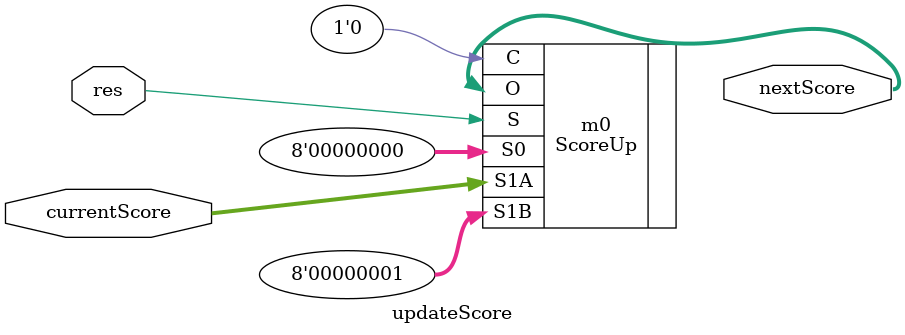
<source format=v>
`timescale 1ns / 1ps
module updateScore(
	input res,
	input [7:0] currentScore,
	output [7:0] nextScore
    );
	 
	 ScoreUp m0(.S(res), .S1A(currentScore), .S1B(8'b00000001), .S0(8'b000000000), .C(1'b0), .O(nextScore));

endmodule

</source>
